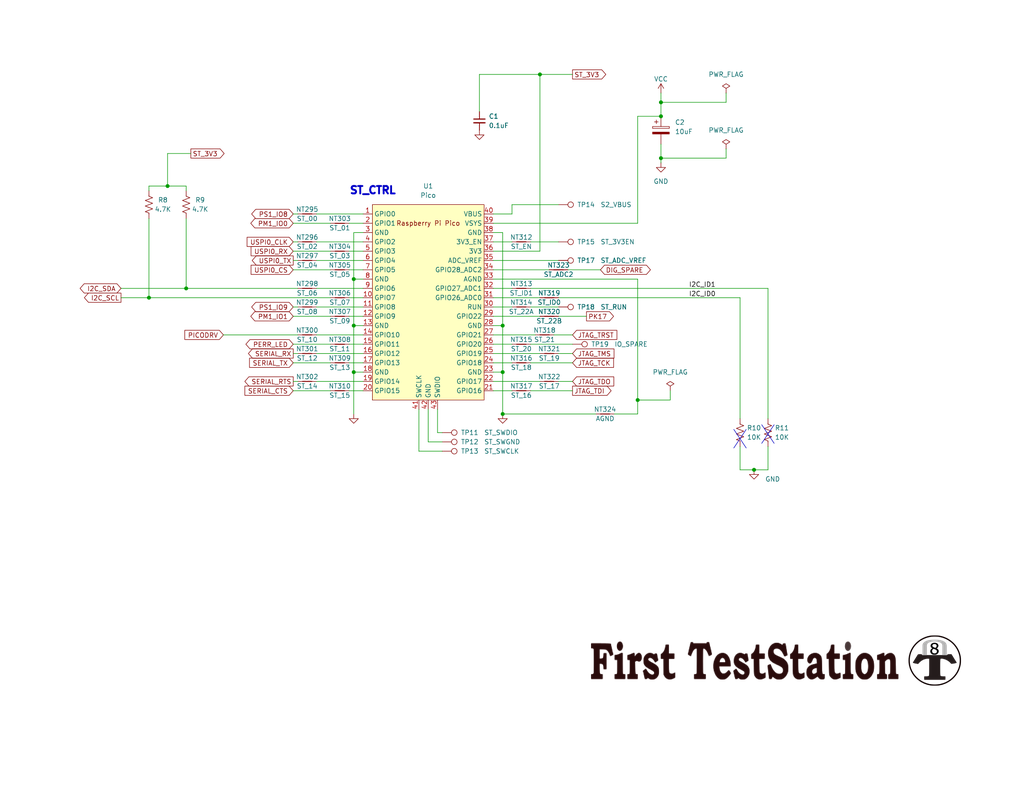
<source format=kicad_sch>
(kicad_sch (version 20230121) (generator eeschema)
  (paper "A")
  (title_block (title "FIRST TEST STATION SELFTEST BOARD 640-1010-021") (date "2023-10-01") (rev "2.1"))
  (lib_symbols
    (symbol "Library:C_Polarized" (pin_numbers hide) (pin_names (offset 0.254))
      (property "Reference" "C" (at 0.635 2.54 0))
      (property "Value" "C_Polarized" (at 0.635 -2.54 0))
      (symbol "C_Polarized_0_1"
        (rectangle (start -2.286 0.508) (end 2.286 1.016))
        (polyline (pts (xy -1.778 2.286) (xy -0.762 2.286)))
        (polyline (pts (xy -1.27 2.794) (xy -1.27 1.778)))
        (rectangle (start 2.286 -0.508) (end -2.286 -1.016) (fill (type outline)))
      )
      (symbol "C_Polarized_1_1"
        (pin passive line (at 0 3.81 270) (length 2.794) (name "~") (number "1"))
        (pin passive line (at 0 -3.81 90) (length 2.794) (name "~") (number "2"))
      )
    )
    (symbol "Library:C_Small" (pin_numbers hide) (pin_names (offset 0.254) hide)
      (property "Reference" "C" (at 0.254 1.778 0))
      (property "Value" "C_Small" (at 0.254 -2.032 0))
      (symbol "C_Small_0_1"
        (polyline (pts (xy -1.524 -0.508) (xy 1.524 -0.508)) (stroke (width 0.3302)))
        (polyline (pts (xy -1.524 0.508) (xy 1.524 0.508)) (stroke (width 0.3048)))
      )
      (symbol "C_Small_1_1"
        (pin passive line (at 0 2.54 270) (length 2.032) (name "~") (number "1"))
        (pin passive line (at 0 -2.54 90) (length 2.032) (name "~") (number "2"))
      )
    )
    (symbol "Library:NetTie_2" (pin_numbers hide) (pin_names (offset 0) hide) (in_bom no)
      (property "Reference" "NT" (at 0 1.27 0))
      (property "Value" "NetTie_2" (at 0 -1.27 0))
      (symbol "NetTie_2_0_1"
        (polyline (pts (xy -1.27 0) (xy 1.27 0)) (stroke (width 0.254)))
      )
      (symbol "NetTie_2_1_1"
        (pin passive line (at -2.54 0 0) (length 2.54) (name "1") (number "1"))
        (pin passive line (at 2.54 0 180) (length 2.54) (name "2") (number "2"))
      )
    )
    (symbol "Library:Pico"
      (property "Reference" "U" (at -13.97 27.94 0))
      (property "Value" "Pico" (at 0 19.05 0))
      (symbol "Pico_0_0"
        (text "Raspberry Pi Pico" (at 0 21.59 0) (effects (font (size 1.27 1.27))))
      )
      (symbol "Pico_0_1"
        (rectangle (start -15.24 26.67) (end 15.24 -26.67) (fill (type background)))
      )
      (symbol "Pico_1_1"
        (pin bidirectional line (at -17.78 24.13 0) (length 2.54) (name "GPIO0") (number "1"))
        (pin bidirectional line (at -17.78 1.27 0) (length 2.54) (name "GPIO7") (number "10"))
        (pin bidirectional line (at -17.78 -1.27 0) (length 2.54) (name "GPIO8") (number "11"))
        (pin bidirectional line (at -17.78 -3.81 0) (length 2.54) (name "GPIO9") (number "12"))
        (pin power_in line (at -17.78 -6.35 0) (length 2.54) (name "GND") (number "13"))
        (pin bidirectional line (at -17.78 -8.89 0) (length 2.54) (name "GPIO10") (number "14"))
        (pin bidirectional line (at -17.78 -11.43 0) (length 2.54) (name "GPIO11") (number "15"))
        (pin bidirectional line (at -17.78 -13.97 0) (length 2.54) (name "GPIO12") (number "16"))
        (pin bidirectional line (at -17.78 -16.51 0) (length 2.54) (name "GPIO13") (number "17"))
        (pin power_in line (at -17.78 -19.05 0) (length 2.54) (name "GND") (number "18"))
        (pin bidirectional line (at -17.78 -21.59 0) (length 2.54) (name "GPIO14") (number "19"))
        (pin bidirectional line (at -17.78 21.59 0) (length 2.54) (name "GPIO1") (number "2"))
        (pin bidirectional line (at -17.78 -24.13 0) (length 2.54) (name "GPIO15") (number "20"))
        (pin bidirectional line (at 17.78 -24.13 180) (length 2.54) (name "GPIO16") (number "21"))
        (pin bidirectional line (at 17.78 -21.59 180) (length 2.54) (name "GPIO17") (number "22"))
        (pin power_in line (at 17.78 -19.05 180) (length 2.54) (name "GND") (number "23"))
        (pin bidirectional line (at 17.78 -16.51 180) (length 2.54) (name "GPIO18") (number "24"))
        (pin bidirectional line (at 17.78 -13.97 180) (length 2.54) (name "GPIO19") (number "25"))
        (pin bidirectional line (at 17.78 -11.43 180) (length 2.54) (name "GPIO20") (number "26"))
        (pin bidirectional line (at 17.78 -8.89 180) (length 2.54) (name "GPIO21") (number "27"))
        (pin power_in line (at 17.78 -6.35 180) (length 2.54) (name "GND") (number "28"))
        (pin bidirectional line (at 17.78 -3.81 180) (length 2.54) (name "GPIO22") (number "29"))
        (pin power_in line (at -17.78 19.05 0) (length 2.54) (name "GND") (number "3"))
        (pin input line (at 17.78 -1.27 180) (length 2.54) (name "RUN") (number "30"))
        (pin bidirectional line (at 17.78 1.27 180) (length 2.54) (name "GPIO26_ADC0") (number "31"))
        (pin bidirectional line (at 17.78 3.81 180) (length 2.54) (name "GPIO27_ADC1") (number "32"))
        (pin power_in line (at 17.78 6.35 180) (length 2.54) (name "AGND") (number "33"))
        (pin bidirectional line (at 17.78 8.89 180) (length 2.54) (name "GPIO28_ADC2") (number "34"))
        (pin passive line (at 17.78 11.43 180) (length 2.54) (name "ADC_VREF") (number "35"))
        (pin power_out line (at 17.78 13.97 180) (length 2.54) (name "3V3") (number "36"))
        (pin input line (at 17.78 16.51 180) (length 2.54) (name "3V3_EN") (number "37"))
        (pin power_in line (at 17.78 19.05 180) (length 2.54) (name "GND") (number "38"))
        (pin power_in line (at 17.78 21.59 180) (length 2.54) (name "VSYS") (number "39"))
        (pin bidirectional line (at -17.78 16.51 0) (length 2.54) (name "GPIO2") (number "4"))
        (pin passive line (at 17.78 24.13 180) (length 2.54) (name "VBUS") (number "40"))
        (pin input line (at -2.54 -29.21 90) (length 2.54) (name "SWCLK") (number "41"))
        (pin passive line (at 0 -29.21 90) (length 2.54) (name "GND") (number "42"))
        (pin bidirectional line (at 2.54 -29.21 90) (length 2.54) (name "SWDIO") (number "43"))
        (pin bidirectional line (at -17.78 13.97 0) (length 2.54) (name "GPIO3") (number "5"))
        (pin bidirectional line (at -17.78 11.43 0) (length 2.54) (name "GPIO4") (number "6"))
        (pin bidirectional line (at -17.78 8.89 0) (length 2.54) (name "GPIO5") (number "7"))
        (pin power_in line (at -17.78 6.35 0) (length 2.54) (name "GND") (number "8"))
        (pin bidirectional line (at -17.78 3.81 0) (length 2.54) (name "GPIO6") (number "9"))
      )
    )
    (symbol "Library:R_US" (pin_numbers hide) (pin_names (offset 0))
      (property "Reference" "R" (at 2.54 0 90))
      (property "Value" "R_US" (at -2.54 0 90))
      (symbol "R_US_0_1"
        (polyline (pts (xy 0 -2.286) (xy 0 -2.54)))
        (polyline (pts (xy 0 2.286) (xy 0 2.54)))
        (polyline (pts (xy 0 -0.762) (xy 1.016 -1.143) (xy 0 -1.524) (xy -1.016 -1.905) (xy 0 -2.286)))
        (polyline (pts (xy 0 0.762) (xy 1.016 0.381) (xy 0 0) (xy -1.016 -0.381) (xy 0 -0.762)))
        (polyline (pts (xy 0 2.286) (xy 1.016 1.905) (xy 0 1.524) (xy -1.016 1.143) (xy 0 0.762)))
      )
      (symbol "R_US_1_1"
        (pin passive line (at 0 3.81 270) (length 1.27) (name "~") (number "1"))
        (pin passive line (at 0 -3.81 90) (length 1.27) (name "~") (number "2"))
      )
    )
    (symbol "Library:TestPoint" (pin_numbers hide) (pin_names (offset 0.762) hide)
      (property "Reference" "TP" (at 0 6.858 0))
      (property "Value" "TestPoint" (at 0 5.08 0))
      (symbol "TestPoint_0_1"
        (circle (center 0 3.302) (radius 0.762))
      )
      (symbol "TestPoint_1_1"
        (pin passive line (at 0 0 90) (length 2.54) (name "1") (number "1"))
      )
    )
    (symbol "power:GND" (power) (pin_names (offset 0))
      (property "Value" "GND" (at 0 -3.81 0))
      (symbol "GND_0_1"
        (polyline (pts (xy 0 0) (xy 0 -1.27) (xy 1.27 -1.27) (xy 0 -2.54) (xy -1.27 -1.27) (xy 0 -1.27)))
      )
      (symbol "GND_1_1"
        (pin power_in line (at 0 0 270) (length 0) hide (name "GND") (number "1"))
      )
    )
    (symbol "power:PWR_FLAG" (power) (pin_numbers hide) (pin_names (offset 0) hide)
      (property "Value" "PWR_FLAG" (at 0 3.81 0))
      (symbol "PWR_FLAG_0_0"
        (pin power_out line (at 0 0 90) (length 0) (name "pwr") (number "1"))
      )
      (symbol "PWR_FLAG_0_1"
        (polyline (pts (xy 0 0) (xy 0 1.27) (xy -1.016 1.905) (xy 0 2.54) (xy 1.016 1.905) (xy 0 1.27)))
      )
    )
    (symbol "power:VCC" (power) (pin_names (offset 0))
      (property "Value" "VCC" (at 0 3.81 0))
      (symbol "VCC_0_1"
        (polyline (pts (xy -0.762 1.27) (xy 0 2.54)))
        (polyline (pts (xy 0 0) (xy 0 2.54)))
        (polyline (pts (xy 0 2.54) (xy 0.762 1.27)))
      )
      (symbol "VCC_1_1"
        (pin power_in line (at 0 0 90) (length 0) hide (name "VCC") (number "1"))
      )
    )
  )
  (junction (at 180.34 43.18))
  (junction (at 50.8 78.74))
  (junction (at 96.52 101.6))
  (junction (at 137.16 88.9))
  (junction (at 40.64 81.28))
  (junction (at 180.34 31.75))
  (junction (at 205.74 128.27))
  (junction (at 173.99 109.22))
  (junction (at 137.16 113.03))
  (junction (at 45.72 50.8))
  (junction (at 96.52 76.2))
  (junction (at 137.16 101.6))
  (junction (at 96.52 88.9))
  (junction (at 147.32 20.32))
  (junction (at 180.34 27.94))
  (wire (pts (xy 86.36 91.44) (xy 99.06 91.44)))
  (wire (pts (xy 134.62 101.6) (xy 137.16 101.6)))
  (wire (pts (xy 180.34 43.18) (xy 180.34 44.45)))
  (wire (pts (xy 80.01 58.42) (xy 81.28 58.42)))
  (wire (pts (xy 180.34 31.75) (xy 173.99 31.75)))
  (wire (pts (xy 114.3 111.76) (xy 114.3 123.19)))
  (wire (pts (xy 80.01 93.98) (xy 90.17 93.98)))
  (wire (pts (xy 45.72 50.8) (xy 50.8 50.8)))
  (wire (pts (xy 86.36 71.12) (xy 99.06 71.12)))
  (wire (pts (xy 50.8 50.8) (xy 50.8 52.07)))
  (wire (pts (xy 173.99 76.2) (xy 173.99 109.22)))
  (wire (pts (xy 33.02 78.74) (xy 50.8 78.74)))
  (wire (pts (xy 86.36 83.82) (xy 99.06 83.82)))
  (wire (pts (xy 151.13 91.44) (xy 156.21 91.44)))
  (wire (pts (xy 134.62 71.12) (xy 152.4 71.12)))
  (wire (pts (xy 137.16 101.6) (xy 137.16 113.03)))
  (wire (pts (xy 137.16 113.03) (xy 162.56 113.03)))
  (wire (pts (xy 147.32 20.32) (xy 147.32 68.58)))
  (wire (pts (xy 134.62 86.36) (xy 147.32 86.36)))
  (wire (pts (xy 156.21 106.68) (xy 144.78 106.68)))
  (wire (pts (xy 134.62 96.52) (xy 147.32 96.52)))
  (wire (pts (xy 134.62 99.06) (xy 139.7 99.06)))
  (wire (pts (xy 95.25 106.68) (xy 99.06 106.68)))
  (wire (pts (xy 86.36 58.42) (xy 99.06 58.42)))
  (wire (pts (xy 95.25 73.66) (xy 99.06 73.66)))
  (wire (pts (xy 119.38 111.76) (xy 119.38 118.11)))
  (wire (pts (xy 180.34 39.37) (xy 180.34 43.18)))
  (wire (pts (xy 134.62 66.04) (xy 139.7 66.04)))
  (wire (pts (xy 205.74 128.27) (xy 209.55 128.27)))
  (wire (pts (xy 144.78 93.98) (xy 156.21 93.98)))
  (wire (pts (xy 130.81 20.32) (xy 147.32 20.32)))
  (wire (pts (xy 137.16 88.9) (xy 137.16 101.6)))
  (wire (pts (xy 40.64 50.8) (xy 45.72 50.8)))
  (wire (pts (xy 80.01 106.68) (xy 90.17 106.68)))
  (wire (pts (xy 80.01 99.06) (xy 90.17 99.06)))
  (wire (pts (xy 144.78 78.74) (xy 209.55 78.74)))
  (wire (pts (xy 95.25 68.58) (xy 99.06 68.58)))
  (wire (pts (xy 156.21 99.06) (xy 144.78 99.06)))
  (wire (pts (xy 152.4 86.36) (xy 160.02 86.36)))
  (wire (pts (xy 80.01 71.12) (xy 81.28 71.12)))
  (wire (pts (xy 180.34 27.94) (xy 180.34 31.75)))
  (wire (pts (xy 134.62 60.96) (xy 173.99 60.96)))
  (wire (pts (xy 173.99 109.22) (xy 173.99 113.03)))
  (wire (pts (xy 120.65 118.11) (xy 119.38 118.11)))
  (wire (pts (xy 80.01 104.14) (xy 81.28 104.14)))
  (wire (pts (xy 120.65 120.65) (xy 116.84 120.65)))
  (wire (pts (xy 96.52 113.03) (xy 96.52 101.6)))
  (wire (pts (xy 134.62 78.74) (xy 139.7 78.74)))
  (wire (pts (xy 152.4 81.28) (xy 201.93 81.28)))
  (wire (pts (xy 96.52 63.5) (xy 96.52 76.2)))
  (wire (pts (xy 167.64 113.03) (xy 173.99 113.03)))
  (wire (pts (xy 116.84 111.76) (xy 116.84 120.65)))
  (wire (pts (xy 144.78 66.04) (xy 152.4 66.04)))
  (wire (pts (xy 33.02 81.28) (xy 40.64 81.28)))
  (wire (pts (xy 80.01 73.66) (xy 90.17 73.66)))
  (wire (pts (xy 86.36 66.04) (xy 99.06 66.04)))
  (wire (pts (xy 182.88 109.22) (xy 182.88 106.68)))
  (wire (pts (xy 52.07 41.91) (xy 45.72 41.91)))
  (wire (pts (xy 80.01 60.96) (xy 90.17 60.96)))
  (wire (pts (xy 209.55 78.74) (xy 209.55 114.3)))
  (wire (pts (xy 45.72 41.91) (xy 45.72 50.8)))
  (wire (pts (xy 60.96 91.44) (xy 81.28 91.44)))
  (wire (pts (xy 80.01 86.36) (xy 90.17 86.36)))
  (wire (pts (xy 80.01 83.82) (xy 81.28 83.82)))
  (wire (pts (xy 180.34 43.18) (xy 198.12 43.18)))
  (wire (pts (xy 50.8 78.74) (xy 81.28 78.74)))
  (wire (pts (xy 40.64 81.28) (xy 90.17 81.28)))
  (wire (pts (xy 40.64 52.07) (xy 40.64 50.8)))
  (wire (pts (xy 163.83 73.66) (xy 154.94 73.66)))
  (wire (pts (xy 137.16 63.5) (xy 137.16 88.9)))
  (wire (pts (xy 86.36 78.74) (xy 99.06 78.74)))
  (wire (pts (xy 156.21 104.14) (xy 152.4 104.14)))
  (wire (pts (xy 134.62 73.66) (xy 149.86 73.66)))
  (wire (pts (xy 198.12 40.64) (xy 198.12 43.18)))
  (wire (pts (xy 99.06 76.2) (xy 96.52 76.2)))
  (wire (pts (xy 95.25 81.28) (xy 99.06 81.28)))
  (wire (pts (xy 95.25 93.98) (xy 99.06 93.98)))
  (wire (pts (xy 80.01 68.58) (xy 90.17 68.58)))
  (wire (pts (xy 180.34 25.4) (xy 180.34 27.94)))
  (wire (pts (xy 209.55 121.92) (xy 209.55 128.27)))
  (wire (pts (xy 134.62 106.68) (xy 139.7 106.68)))
  (wire (pts (xy 173.99 31.75) (xy 173.99 60.96)))
  (wire (pts (xy 201.93 81.28) (xy 201.93 114.3)))
  (wire (pts (xy 96.52 88.9) (xy 96.52 101.6)))
  (wire (pts (xy 130.81 20.32) (xy 130.81 30.48)))
  (wire (pts (xy 173.99 109.22) (xy 182.88 109.22)))
  (wire (pts (xy 134.62 83.82) (xy 139.7 83.82)))
  (wire (pts (xy 96.52 76.2) (xy 96.52 88.9)))
  (wire (pts (xy 50.8 59.69) (xy 50.8 78.74)))
  (wire (pts (xy 152.4 55.88) (xy 139.7 55.88)))
  (wire (pts (xy 99.06 88.9) (xy 96.52 88.9)))
  (wire (pts (xy 144.78 83.82) (xy 152.4 83.82)))
  (wire (pts (xy 198.12 25.4) (xy 198.12 27.94)))
  (wire (pts (xy 156.21 96.52) (xy 152.4 96.52)))
  (wire (pts (xy 139.7 58.42) (xy 134.62 58.42)))
  (wire (pts (xy 134.62 93.98) (xy 139.7 93.98)))
  (wire (pts (xy 147.32 20.32) (xy 156.21 20.32)))
  (wire (pts (xy 134.62 68.58) (xy 147.32 68.58)))
  (wire (pts (xy 86.36 104.14) (xy 99.06 104.14)))
  (wire (pts (xy 134.62 76.2) (xy 173.99 76.2)))
  (wire (pts (xy 99.06 63.5) (xy 96.52 63.5)))
  (wire (pts (xy 80.01 96.52) (xy 81.28 96.52)))
  (wire (pts (xy 180.34 27.94) (xy 198.12 27.94)))
  (wire (pts (xy 201.93 121.92) (xy 201.93 128.27)))
  (wire (pts (xy 134.62 88.9) (xy 137.16 88.9)))
  (wire (pts (xy 139.7 55.88) (xy 139.7 58.42)))
  (wire (pts (xy 201.93 128.27) (xy 205.74 128.27)))
  (wire (pts (xy 95.25 86.36) (xy 99.06 86.36)))
  (wire (pts (xy 40.64 59.69) (xy 40.64 81.28)))
  (wire (pts (xy 86.36 96.52) (xy 99.06 96.52)))
  (wire (pts (xy 134.62 81.28) (xy 147.32 81.28)))
  (wire (pts (xy 96.52 101.6) (xy 99.06 101.6)))
  (wire (pts (xy 95.25 99.06) (xy 99.06 99.06)))
  (wire (pts (xy 134.62 91.44) (xy 146.05 91.44)))
  (wire (pts (xy 120.65 123.19) (xy 114.3 123.19)))
  (wire (pts (xy 134.62 63.5) (xy 137.16 63.5)))
  (wire (pts (xy 95.25 60.96) (xy 99.06 60.96)))
  (wire (pts (xy 80.01 66.04) (xy 81.28 66.04)))
  (wire (pts (xy 134.62 104.14) (xy 147.32 104.14)))
  (image (at 203.2 180.34) (scale 2.13772))
  (image (at 255.27 180.34))
  (image (at 203.2 180.34) (scale 2.13772))
  (image (at 255.27 180.34))
  (text "X" (at 207.01 121.92 0) (effects (font (size 5.08 5.08)) (justify left bottom)))
  (text "ST_CTRL" (at 95.25 53.34 0) (effects (font (size 2.032 2.032) (thickness 0.762) bold) (justify left bottom)))
  (text "X" (at 199.39 123.19 0) (effects (font (size 5.08 5.08)) (justify left bottom)))
  (label "I2C_ID0" (at 187.96 81.28 0))
  (label "I2C_ID1" (at 187.96 78.74 0))
  (global_label "JTAG_TDI" (shape output) (at 156.21 106.68 0) (property "Intersheetrefs" "${INTERSHEET_REFS}" (effects hide)))
  (global_label "I2C_SCL" (shape output) (at 33.02 81.28 180) (property "Intersheetrefs" "${INTERSHEET_REFS}" (effects hide)))
  (global_label "PM1_IO0" (shape bidirectional) (at 80.01 60.96 180) (property "Intersheetrefs" "${INTERSHEET_REFS}" (effects hide)))
  (global_label "SERIAL_TX" (shape input) (at 80.01 99.06 180) (property "Intersheetrefs" "${INTERSHEET_REFS}" (effects hide)))
  (global_label "SERIAL_RTS" (shape output) (at 80.01 104.14 180) (property "Intersheetrefs" "${INTERSHEET_REFS}" (effects hide)))
  (global_label "DIG_SPARE" (shape bidirectional) (at 163.83 73.66 0) (property "Intersheetrefs" "${INTERSHEET_REFS}" (effects hide)))
  (global_label "USPI0_CS" (shape input) (at 80.01 73.66 180) (property "Intersheetrefs" "${INTERSHEET_REFS}" (effects hide)))
  (global_label "PICODRV" (shape input) (at 60.96 91.44 180) (property "Intersheetrefs" "${INTERSHEET_REFS}" (effects hide)))
  (global_label "PM1_IO1" (shape bidirectional) (at 80.01 86.36 180) (property "Intersheetrefs" "${INTERSHEET_REFS}" (effects hide)))
  (global_label "ST_3V3" (shape output) (at 52.07 41.91 0) (property "Intersheetrefs" "${INTERSHEET_REFS}" (effects hide)))
  (global_label "PS1_IO9" (shape bidirectional) (at 80.01 83.82 180) (property "Intersheetrefs" "${INTERSHEET_REFS}" (effects hide)))
  (global_label "USPI0_CLK" (shape input) (at 80.01 66.04 180) (property "Intersheetrefs" "${INTERSHEET_REFS}" (effects hide)))
  (global_label "PK17" (shape output) (at 160.02 86.36 0) (property "Intersheetrefs" "${INTERSHEET_REFS}" (effects hide)))
  (global_label "JTAG_TMS" (shape input) (at 156.21 96.52 0) (property "Intersheetrefs" "${INTERSHEET_REFS}" (effects hide)))
  (global_label "PS1_IO8" (shape bidirectional) (at 80.01 58.42 180) (property "Intersheetrefs" "${INTERSHEET_REFS}" (effects hide)))
  (global_label "SERIAL_RX" (shape output) (at 80.01 96.52 180) (property "Intersheetrefs" "${INTERSHEET_REFS}" (effects hide)))
  (global_label "JTAG_TRST" (shape input) (at 156.21 91.44 0) (property "Intersheetrefs" "${INTERSHEET_REFS}" (effects hide)))
  (global_label "I2C_SDA" (shape bidirectional) (at 33.02 78.74 180) (property "Intersheetrefs" "${INTERSHEET_REFS}" (effects hide)))
  (global_label "JTAG_TCK" (shape input) (at 156.21 99.06 0) (property "Intersheetrefs" "${INTERSHEET_REFS}" (effects hide)))
  (global_label "JTAG_TDO" (shape input) (at 156.21 104.14 0) (property "Intersheetrefs" "${INTERSHEET_REFS}" (effects hide)))
  (global_label "PERR_LED" (shape bidirectional) (at 80.01 93.98 180) (property "Intersheetrefs" "${INTERSHEET_REFS}" (effects hide)))
  (global_label "ST_3V3" (shape output) (at 156.21 20.32 0) (property "Intersheetrefs" "${INTERSHEET_REFS}" (effects hide)))
  (global_label "USPI0_TX" (shape output) (at 80.01 71.12 180) (property "Intersheetrefs" "${INTERSHEET_REFS}" (effects hide)))
  (global_label "USPI0_RX" (shape input) (at 80.01 68.58 180) (property "Intersheetrefs" "${INTERSHEET_REFS}" (effects hide)))
  (global_label "SERIAL_CTS" (shape input) (at 80.01 106.68 180) (property "Intersheetrefs" "${INTERSHEET_REFS}" (effects hide)))
  (symbol (lib_id "Library:NetTie_2") (at 92.71 106.68 0) (unit 1)
    (property "Reference" "NT310" (at 92.71 105.41 0))
    (property "Value" "ST_15" (at 92.71 107.95 0))
    (property "Footprint" "NetTie:NetTie-2_Front1.0mm" (effects hide))
  )
  (symbol (lib_id "Library:NetTie_2") (at 83.82 78.74 0) (unit 1)
    (property "Reference" "NT298" (at 83.82 77.47 0))
    (property "Value" "ST_06" (at 83.82 80.01 0))
    (property "Footprint" "NetTie:NetTie-2_Front1.0mm" (effects hide))
  )
  (symbol (lib_id "power:VCC") (at 180.34 25.4 0) (unit 1)
    (property "Reference" "#PWR037" (effects hide))
    (property "Value" "VCC" (at 180.34 21.59 0))
  )
  (symbol (lib_id "power:PWR_FLAG") (at 198.12 40.64 0) (unit 1)
    (property "Reference" "#FLG03" (effects hide))
    (property "Value" "PWR_FLAG" (at 198.12 35.56 0))
  )
  (symbol (lib_id "Library:NetTie_2") (at 83.82 58.42 0) (unit 1)
    (property "Reference" "NT295" (at 83.82 57.15 0))
    (property "Value" "ST_00" (at 83.82 59.69 0))
    (property "Footprint" "NetTie:NetTie-2_Front1.0mm" (effects hide))
  )
  (symbol (lib_id "Library:NetTie_2") (at 142.24 66.04 0) (unit 1)
    (property "Reference" "NT312" (at 142.24 64.77 0))
    (property "Value" "ST_EN" (at 142.24 67.31 0))
    (property "Footprint" "NetTie:NetTie-2_Front1.0mm" (effects hide))
  )
  (symbol (lib_id "Library:NetTie_2") (at 83.82 66.04 0) (unit 1)
    (property "Reference" "NT296" (at 83.82 64.77 0))
    (property "Value" "ST_02" (at 83.82 67.31 0))
    (property "Footprint" "NetTie:NetTie-2_Front1.0mm" (effects hide))
  )
  (symbol (lib_id "Library:NetTie_2") (at 149.86 86.36 0) (unit 1)
    (property "Reference" "NT320" (at 149.86 85.09 0))
    (property "Value" "ST_22B" (at 149.86 87.63 0))
    (property "Footprint" "NetTie:NetTie-2_Front1.0mm" (effects hide))
  )
  (symbol (lib_id "Library:TestPoint") (at 156.21 93.98 270) (unit 1)
    (property "Reference" "TP19" (at 161.29 93.98 90) (effects (justify left)))
    (property "Value" "IO_SPARE" (at 167.64 93.98 90) (effects (justify left)))
    (property "Footprint" "TestPoint:TestPoint_THTPad_D1.5mm_Drill0.7mm" (effects hide))
  )
  (symbol (lib_id "Library:TestPoint") (at 152.4 55.88 270) (unit 1)
    (property "Reference" "TP14" (at 157.48 55.88 90) (effects (justify left)))
    (property "Value" "S2_VBUS" (at 163.83 55.88 90) (effects (justify left)))
    (property "Footprint" "TestPoint:TestPoint_THTPad_D1.5mm_Drill0.7mm" (effects hide))
  )
  (symbol (lib_id "Library:NetTie_2") (at 142.24 78.74 0) (mirror y) (unit 1)
    (property "Reference" "NT313" (at 142.24 77.47 0))
    (property "Value" "ST_ID1" (at 142.24 80.01 0))
    (property "Footprint" "NetTie:NetTie-2_Front1.0mm" (effects hide))
  )
  (symbol (lib_id "power:GND") (at 180.34 44.45 0) (mirror y) (unit 1)
    (property "Reference" "#PWR038" (effects hide))
    (property "Value" "GND" (at 180.34 49.53 0))
  )
  (symbol (lib_id "Library:TestPoint") (at 152.4 66.04 270) (unit 1)
    (property "Reference" "TP15" (at 157.48 66.04 90) (effects (justify left)))
    (property "Value" "ST_3V3EN" (at 163.83 66.04 90) (effects (justify left)))
    (property "Footprint" "TestPoint:TestPoint_THTPad_D1.5mm_Drill0.7mm" (effects hide))
  )
  (symbol (lib_id "Library:NetTie_2") (at 142.24 99.06 0) (mirror y) (unit 1)
    (property "Reference" "NT316" (at 142.24 97.79 0))
    (property "Value" "ST_18" (at 142.24 100.33 0))
    (property "Footprint" "NetTie:NetTie-2_Front1.0mm" (effects hide))
  )
  (symbol (lib_id "Library:TestPoint") (at 152.4 83.82 270) (unit 1)
    (property "Reference" "TP18" (at 157.48 83.82 90) (effects (justify left)))
    (property "Value" "ST_RUN" (at 163.83 83.82 90) (effects (justify left)))
    (property "Footprint" "TestPoint:TestPoint_THTPad_D1.5mm_Drill0.7mm" (effects hide))
  )
  (symbol (lib_id "Library:R_US") (at 50.8 55.88 180) (unit 1)
    (property "Reference" "R9" (at 54.61 54.61 0))
    (property "Value" "4.7K" (at 54.61 57.15 0))
    (property "Footprint" "Resistor_THT:R_Axial_DIN0207_L6.3mm_D2.5mm_P10.16mm_Horizontal" (effects hide))
  )
  (symbol (lib_id "power:GND") (at 130.81 35.56 0) (unit 1)
    (property "Reference" "#PWR035" (effects hide))
    (property "Value" "GND" (effects hide))
  )
  (symbol (lib_id "Library:NetTie_2") (at 165.1 113.03 0) (mirror y) (unit 1)
    (property "Reference" "NT324" (at 165.1 111.76 0))
    (property "Value" "AGND" (at 165.1 114.3 0))
    (property "Footprint" "NetTie:NetTie-2_Front1.0mm" (effects hide))
  )
  (symbol (lib_id "Library:NetTie_2") (at 149.86 81.28 0) (mirror y) (unit 1)
    (property "Reference" "NT319" (at 149.86 80.01 0))
    (property "Value" "ST_ID0" (at 149.86 82.55 0))
    (property "Footprint" "NetTie:NetTie-2_Front1.0mm" (effects hide))
  )
  (symbol (lib_id "Library:NetTie_2") (at 83.82 104.14 0) (unit 1)
    (property "Reference" "NT302" (at 83.82 102.87 0))
    (property "Value" "ST_14" (at 83.82 105.41 0))
    (property "Footprint" "NetTie:NetTie-2_Front1.0mm" (effects hide))
  )
  (symbol (lib_id "Library:NetTie_2") (at 83.82 71.12 0) (unit 1)
    (property "Reference" "NT297" (at 83.82 69.85 0))
    (property "Value" "ST_04" (at 83.82 72.39 0))
    (property "Footprint" "NetTie:NetTie-2_Front1.0mm" (effects hide))
  )
  (symbol (lib_id "Library:NetTie_2") (at 92.71 68.58 0) (unit 1)
    (property "Reference" "NT304" (at 92.71 67.31 0))
    (property "Value" "ST_03" (at 92.71 69.85 0))
    (property "Footprint" "NetTie:NetTie-2_Front1.0mm" (effects hide))
  )
  (symbol (lib_id "Library:NetTie_2") (at 142.24 83.82 0) (unit 1)
    (property "Reference" "NT314" (at 142.24 82.55 0))
    (property "Value" "ST_22A" (at 142.24 85.09 0))
    (property "Footprint" "NetTie:NetTie-2_Front1.0mm" (effects hide))
  )
  (symbol (lib_id "Library:NetTie_2") (at 148.59 91.44 0) (mirror y) (unit 1)
    (property "Reference" "NT318" (at 148.59 90.17 0))
    (property "Value" "ST_21" (at 148.59 92.71 0))
    (property "Footprint" "NetTie:NetTie-2_Front1.0mm" (effects hide))
  )
  (symbol (lib_id "power:PWR_FLAG") (at 198.12 25.4 0) (unit 1)
    (property "Reference" "#FLG02" (effects hide))
    (property "Value" "PWR_FLAG" (at 198.12 20.32 0))
  )
  (symbol (lib_id "Library:TestPoint") (at 120.65 123.19 270) (unit 1)
    (property "Reference" "TP13" (at 125.73 123.19 90) (effects (justify left)))
    (property "Value" "ST_SWCLK" (at 132.08 123.19 90) (effects (justify left)))
    (property "Footprint" "TestPoint:TestPoint_THTPad_D1.5mm_Drill0.7mm" (effects hide))
  )
  (symbol (lib_id "Library:NetTie_2") (at 92.71 60.96 0) (unit 1)
    (property "Reference" "NT303" (at 92.71 59.69 0))
    (property "Value" "ST_01" (at 92.71 62.23 0))
    (property "Footprint" "NetTie:NetTie-2_Front1.0mm" (effects hide))
  )
  (symbol (lib_id "Library:R_US") (at 40.64 55.88 180) (unit 1)
    (property "Reference" "R8" (at 44.45 54.61 0))
    (property "Value" "4.7K" (at 44.45 57.15 0))
    (property "Footprint" "Resistor_THT:R_Axial_DIN0207_L6.3mm_D2.5mm_P10.16mm_Horizontal" (effects hide))
  )
  (symbol (lib_id "Library:NetTie_2") (at 83.82 83.82 0) (unit 1)
    (property "Reference" "NT299" (at 83.82 82.55 0))
    (property "Value" "ST_08" (at 83.82 85.09 0))
    (property "Footprint" "NetTie:NetTie-2_Front1.0mm" (effects hide))
  )
  (symbol (lib_id "Library:NetTie_2") (at 92.71 73.66 0) (unit 1)
    (property "Reference" "NT305" (at 92.71 72.39 0))
    (property "Value" "ST_05" (at 92.71 74.93 0))
    (property "Footprint" "NetTie:NetTie-2_Front1.0mm" (effects hide))
  )
  (symbol (lib_id "power:GND") (at 205.74 128.27 0) (mirror y) (unit 1)
    (property "Reference" "#PWR039" (effects hide))
    (property "Value" "GND" (at 210.82 130.81 0))
  )
  (symbol (lib_id "power:GND") (at 96.52 113.03 0) (unit 1)
    (property "Reference" "#PWR034" (effects hide))
    (property "Value" "GND" (effects hide))
  )
  (symbol (lib_id "Library:NetTie_2") (at 83.82 91.44 0) (unit 1)
    (property "Reference" "NT300" (at 83.82 90.17 0))
    (property "Value" "ST_10" (at 83.82 92.71 0))
    (property "Footprint" "NetTie:NetTie-2_Front1.0mm" (effects hide))
  )
  (symbol (lib_id "Library:NetTie_2") (at 92.71 93.98 0) (unit 1)
    (property "Reference" "NT308" (at 92.71 92.71 0))
    (property "Value" "ST_11" (at 92.71 95.25 0))
    (property "Footprint" "NetTie:NetTie-2_Front1.0mm" (effects hide))
  )
  (symbol (lib_id "Library:TestPoint") (at 152.4 71.12 270) (unit 1)
    (property "Reference" "TP17" (at 157.48 71.12 90) (effects (justify left)))
    (property "Value" "ST_ADC_VREF" (at 163.83 71.12 90) (effects (justify left)))
    (property "Footprint" "TestPoint:TestPoint_THTPad_D1.5mm_Drill0.7mm" (effects hide))
  )
  (symbol (lib_id "Library:NetTie_2") (at 149.86 104.14 0) (mirror y) (unit 1)
    (property "Reference" "NT322" (at 149.86 102.87 0))
    (property "Value" "ST_17" (at 149.86 105.41 0))
    (property "Footprint" "NetTie:NetTie-2_Front1.0mm" (effects hide))
  )
  (symbol (lib_id "Library:NetTie_2") (at 149.86 96.52 0) (mirror y) (unit 1)
    (property "Reference" "NT321" (at 149.86 95.25 0))
    (property "Value" "ST_19" (at 149.86 97.79 0))
    (property "Footprint" "NetTie:NetTie-2_Front1.0mm" (effects hide))
  )
  (symbol (lib_id "Library:NetTie_2") (at 92.71 86.36 0) (unit 1)
    (property "Reference" "NT307" (at 92.71 85.09 0))
    (property "Value" "ST_09" (at 92.71 87.63 0))
    (property "Footprint" "NetTie:NetTie-2_Front1.0mm" (effects hide))
  )
  (symbol (lib_id "Library:C_Small") (at 130.81 33.02 0) (unit 1)
    (property "Reference" "C1" (at 133.35 31.7562 0) (effects (justify left)))
    (property "Value" "0.1uF" (at 133.35 34.29 0) (effects (justify left)))
    (property "Footprint" "Capacitor_THT:C_Disc_D6.0mm_W2.5mm_P5.00mm" (effects hide))
  )
  (symbol (lib_id "Library:TestPoint") (at 120.65 120.65 270) (unit 1)
    (property "Reference" "TP12" (at 125.73 120.65 90) (effects (justify left)))
    (property "Value" "ST_SWGND" (at 132.08 120.65 90) (effects (justify left)))
    (property "Footprint" "TestPoint:TestPoint_THTPad_D1.5mm_Drill0.7mm" (effects hide))
  )
  (symbol (lib_id "Library:NetTie_2") (at 142.24 93.98 0) (mirror y) (unit 1)
    (property "Reference" "NT315" (at 142.24 92.71 0))
    (property "Value" "ST_20" (at 142.24 95.25 0))
    (property "Footprint" "NetTie:NetTie-2_Front1.0mm" (effects hide))
  )
  (symbol (lib_id "Library:R_US") (at 209.55 118.11 180) (unit 1)
    (property "Reference" "R11" (at 213.36 116.84 0))
    (property "Value" "10K" (at 213.36 119.38 0))
    (property "Footprint" "Resistor_THT:R_Axial_DIN0207_L6.3mm_D2.5mm_P10.16mm_Horizontal" (effects hide))
  )
  (symbol (lib_id "Library:TestPoint") (at 120.65 118.11 270) (unit 1)
    (property "Reference" "TP11" (at 125.73 118.11 90) (effects (justify left)))
    (property "Value" "ST_SWDIO" (at 132.08 118.11 90) (effects (justify left)))
    (property "Footprint" "TestPoint:TestPoint_THTPad_D1.5mm_Drill0.7mm" (effects hide))
  )
  (symbol (lib_id "power:PWR_FLAG") (at 182.88 106.68 0) (unit 1)
    (property "Reference" "#FLG01" (effects hide))
    (property "Value" "PWR_FLAG" (at 182.88 101.6 0))
  )
  (symbol (lib_id "Library:NetTie_2") (at 152.4 73.66 0) (mirror y) (unit 1)
    (property "Reference" "NT323" (at 152.4 72.39 0))
    (property "Value" "ST_ADC2" (at 152.4 74.93 0))
    (property "Footprint" "NetTie:NetTie-2_Front1.0mm" (effects hide))
  )
  (symbol (lib_id "Library:C_Polarized") (at 180.34 35.56 0) (unit 1)
    (property "Reference" "C2" (at 184.15 33.4009 0) (effects (justify left)))
    (property "Value" "10uF" (at 184.15 35.9409 0) (effects (justify left)))
    (property "Footprint" "Capacitor_THT:CP_Radial_Tantal_D4.5mm_P2.50mm" (effects hide))
  )
  (symbol (lib_id "Library:NetTie_2") (at 92.71 99.06 0) (unit 1)
    (property "Reference" "NT309" (at 92.71 97.79 0))
    (property "Value" "ST_13" (at 92.71 100.33 0))
    (property "Footprint" "NetTie:NetTie-2_Front1.0mm" (effects hide))
  )
  (symbol (lib_id "Library:NetTie_2") (at 83.82 96.52 0) (unit 1)
    (property "Reference" "NT301" (at 83.82 95.25 0))
    (property "Value" "ST_12" (at 83.82 97.79 0))
    (property "Footprint" "NetTie:NetTie-2_Front1.0mm" (effects hide))
  )
  (symbol (lib_id "Library:NetTie_2") (at 92.71 81.28 0) (unit 1)
    (property "Reference" "NT306" (at 92.71 80.01 0))
    (property "Value" "ST_07" (at 92.71 82.55 0))
    (property "Footprint" "NetTie:NetTie-2_Front1.0mm" (effects hide))
  )
  (symbol (lib_id "Library:NetTie_2") (at 142.24 106.68 0) (mirror y) (unit 1)
    (property "Reference" "NT317" (at 142.24 105.41 0))
    (property "Value" "ST_16" (at 142.24 107.95 0))
    (property "Footprint" "NetTie:NetTie-2_Front1.0mm" (effects hide))
  )
  (symbol (lib_id "power:GND") (at 137.16 113.03 0) (unit 1)
    (property "Reference" "#PWR036" (effects hide))
    (property "Value" "GND" (effects hide))
  )
  (symbol (lib_id "Library:R_US") (at 201.93 118.11 180) (unit 1)
    (property "Reference" "R10" (at 205.74 116.84 0))
    (property "Value" "10K" (at 205.74 119.38 0))
    (property "Footprint" "Resistor_THT:R_Axial_DIN0207_L6.3mm_D2.5mm_P10.16mm_Horizontal" (effects hide))
  )
  (symbol (lib_id "Library:Pico") (at 116.84 82.55 0) (unit 1)
    (property "Reference" "U1" (at 116.84 50.8 0))
    (property "Value" "Pico" (at 116.84 53.34 0))
    (property "Footprint" "RPi_Pico:RPi_Pico_SMD_TH" (effects hide))
  )
)
</source>
